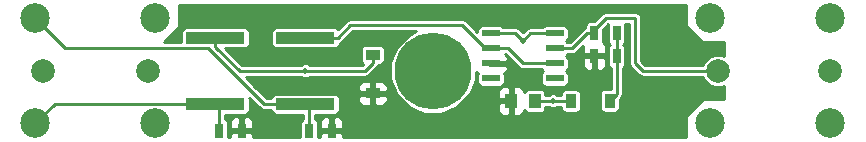
<source format=gbr>
G04 #@! TF.FileFunction,Copper,L1,Top,Signal*
%FSLAX46Y46*%
G04 Gerber Fmt 4.6, Leading zero omitted, Abs format (unit mm)*
G04 Created by KiCad (PCBNEW 4.0.5+dfsg1-4) date Sat Jul 14 15:59:12 2018*
%MOMM*%
%LPD*%
G01*
G04 APERTURE LIST*
%ADD10C,0.100000*%
%ADD11C,6.500000*%
%ADD12R,5.000000X1.000000*%
%ADD13R,1.000000X1.250000*%
%ADD14R,1.220000X0.910000*%
%ADD15R,0.910000X1.220000*%
%ADD16R,0.700000X1.300000*%
%ADD17R,1.550000X0.600000*%
%ADD18C,0.508000*%
%ADD19C,2.000000*%
%ADD20C,2.500000*%
%ADD21C,0.254000*%
G04 APERTURE END LIST*
D10*
D11*
X50800000Y-31750000D03*
D12*
X40005000Y-28950000D03*
X40005000Y-34550000D03*
D13*
X57420000Y-34290000D03*
X59420000Y-34290000D03*
D12*
X32385000Y-34550000D03*
X32385000Y-28950000D03*
D14*
X45720000Y-33655000D03*
X45720000Y-30385000D03*
D15*
X65770000Y-34290000D03*
X62500000Y-34290000D03*
D16*
X42225000Y-36830000D03*
X40325000Y-36830000D03*
X34605000Y-36830000D03*
X32705000Y-36830000D03*
X64455000Y-30480000D03*
X66355000Y-30480000D03*
X66355000Y-28575000D03*
X64455000Y-28575000D03*
D17*
X61120000Y-32385000D03*
X61120000Y-31115000D03*
X61120000Y-29845000D03*
X61120000Y-28575000D03*
X55720000Y-28575000D03*
X55720000Y-29845000D03*
X55720000Y-31115000D03*
X55720000Y-32385000D03*
D18*
X60960000Y-34290000D03*
X40005000Y-31750000D03*
X58420000Y-29210000D03*
D19*
X74930000Y-31750000D03*
X84455000Y-31750000D03*
X26670000Y-31750000D03*
X17780000Y-31750000D03*
D20*
X17145000Y-27305000D03*
X17145000Y-36195000D03*
X27305000Y-36195000D03*
X27305000Y-27305000D03*
X74295000Y-27305000D03*
X74295000Y-36195000D03*
X84455000Y-27305000D03*
X84455000Y-36195000D03*
D21*
X62500000Y-34290000D02*
X60960000Y-34290000D01*
X59420000Y-34290000D02*
X60960000Y-34290000D01*
X55720000Y-28575000D02*
X57785000Y-28575000D01*
X57785000Y-28575000D02*
X58420000Y-29210000D01*
X61120000Y-28575000D02*
X59055000Y-28575000D01*
X59055000Y-28575000D02*
X58420000Y-29210000D01*
X40005000Y-31750000D02*
X45064000Y-31750000D01*
X45064000Y-31750000D02*
X45720000Y-31094000D01*
X45720000Y-31094000D02*
X45720000Y-30385000D01*
X40005000Y-31750000D02*
X34431000Y-31750000D01*
X34431000Y-31750000D02*
X32385000Y-29704000D01*
X32385000Y-29704000D02*
X32385000Y-28950000D01*
X57150000Y-29845000D02*
X58420000Y-31115000D01*
X58420000Y-31115000D02*
X61120000Y-31115000D01*
X55720000Y-29845000D02*
X57150000Y-29845000D01*
X53293999Y-27893999D02*
X55245000Y-29845000D01*
X55245000Y-29845000D02*
X55720000Y-29845000D01*
X56195000Y-29845000D02*
X55720000Y-29845000D01*
X40005000Y-28950000D02*
X42759000Y-28950000D01*
X42759000Y-28950000D02*
X43815001Y-27893999D01*
X43815001Y-27893999D02*
X53293999Y-27893999D01*
X40005000Y-34550000D02*
X36512566Y-34550000D01*
X19671001Y-29831001D02*
X18394999Y-28554999D01*
X36512566Y-34550000D02*
X31793567Y-29831001D01*
X31793567Y-29831001D02*
X19671001Y-29831001D01*
X18394999Y-28554999D02*
X17145000Y-27305000D01*
X40325000Y-36830000D02*
X40325000Y-34870000D01*
X40325000Y-34870000D02*
X40005000Y-34550000D01*
X32385000Y-34550000D02*
X18790000Y-34550000D01*
X18790000Y-34550000D02*
X17145000Y-36195000D01*
X32705000Y-36830000D02*
X32705000Y-34870000D01*
X32705000Y-34870000D02*
X32385000Y-34550000D01*
X66355000Y-28575000D02*
X66355000Y-30480000D01*
X66355000Y-30480000D02*
X66355000Y-33705000D01*
X66355000Y-33705000D02*
X65770000Y-34290000D01*
X74930000Y-31750000D02*
X68580000Y-31750000D01*
X67945000Y-27305000D02*
X65425000Y-27305000D01*
X65425000Y-27305000D02*
X64455000Y-28275000D01*
X64455000Y-28275000D02*
X64455000Y-28575000D01*
X67945000Y-31115000D02*
X67945000Y-27305000D01*
X68580000Y-31750000D02*
X67945000Y-31115000D01*
X64455000Y-28575000D02*
X63851000Y-28575000D01*
X63851000Y-28575000D02*
X62581000Y-29845000D01*
X62581000Y-29845000D02*
X62149000Y-29845000D01*
X62149000Y-29845000D02*
X61120000Y-29845000D01*
X61120000Y-29845000D02*
X61595000Y-29845000D01*
G36*
X72263000Y-27940000D02*
X72273006Y-27989410D01*
X72300197Y-28029803D01*
X73570197Y-29299803D01*
X73612211Y-29327666D01*
X73660000Y-29337000D01*
X75438000Y-29337000D01*
X75438000Y-30465616D01*
X75205903Y-30369241D01*
X74656507Y-30368761D01*
X74148749Y-30578563D01*
X73759928Y-30966705D01*
X73645616Y-31242000D01*
X68790421Y-31242000D01*
X68453000Y-30904580D01*
X68453000Y-27305000D01*
X68414331Y-27110597D01*
X68304210Y-26945790D01*
X68139403Y-26835669D01*
X67945000Y-26797000D01*
X65425000Y-26797000D01*
X65230596Y-26835669D01*
X65065790Y-26945790D01*
X64475044Y-27536536D01*
X64105000Y-27536536D01*
X63963810Y-27563103D01*
X63834135Y-27646546D01*
X63747141Y-27773866D01*
X63716536Y-27925000D01*
X63716536Y-28093746D01*
X63688850Y-28099254D01*
X63656596Y-28105669D01*
X63491790Y-28215790D01*
X62370580Y-29337000D01*
X62213906Y-29337000D01*
X62173454Y-29274135D01*
X62078813Y-29209470D01*
X62165865Y-29153454D01*
X62252859Y-29026134D01*
X62283464Y-28875000D01*
X62283464Y-28275000D01*
X62256897Y-28133810D01*
X62173454Y-28004135D01*
X62046134Y-27917141D01*
X61895000Y-27886536D01*
X60345000Y-27886536D01*
X60203810Y-27913103D01*
X60074135Y-27996546D01*
X60025996Y-28067000D01*
X59055000Y-28067000D01*
X58860597Y-28105669D01*
X58695790Y-28215789D01*
X58420000Y-28491580D01*
X58144210Y-28215790D01*
X57979403Y-28105669D01*
X57785000Y-28067000D01*
X56813906Y-28067000D01*
X56773454Y-28004135D01*
X56646134Y-27917141D01*
X56495000Y-27886536D01*
X54945000Y-27886536D01*
X54803810Y-27913103D01*
X54674135Y-27996546D01*
X54587141Y-28123866D01*
X54556536Y-28275000D01*
X54556536Y-28438116D01*
X53653209Y-27534789D01*
X53488402Y-27424668D01*
X53293999Y-27385999D01*
X43815001Y-27385999D01*
X43620598Y-27424668D01*
X43455791Y-27534789D01*
X42794413Y-28196167D01*
X42783454Y-28179135D01*
X42656134Y-28092141D01*
X42505000Y-28061536D01*
X37505000Y-28061536D01*
X37363810Y-28088103D01*
X37234135Y-28171546D01*
X37147141Y-28298866D01*
X37116536Y-28450000D01*
X37116536Y-29450000D01*
X37143103Y-29591190D01*
X37226546Y-29720865D01*
X37353866Y-29807859D01*
X37505000Y-29838464D01*
X42505000Y-29838464D01*
X42646190Y-29811897D01*
X42775865Y-29728454D01*
X42862859Y-29601134D01*
X42893464Y-29450000D01*
X42893464Y-29431254D01*
X42953403Y-29419331D01*
X43118210Y-29309210D01*
X44025421Y-28401999D01*
X49394488Y-28401999D01*
X48745891Y-28669994D01*
X47723583Y-29690519D01*
X47169632Y-31024581D01*
X47168372Y-32469082D01*
X47719994Y-33804109D01*
X48740519Y-34826417D01*
X50074581Y-35380368D01*
X51519082Y-35381628D01*
X52854109Y-34830006D01*
X53108809Y-34575750D01*
X56285000Y-34575750D01*
X56285000Y-35041310D01*
X56381673Y-35274699D01*
X56560302Y-35453327D01*
X56793691Y-35550000D01*
X57134250Y-35550000D01*
X57293000Y-35391250D01*
X57293000Y-34417000D01*
X56443750Y-34417000D01*
X56285000Y-34575750D01*
X53108809Y-34575750D01*
X53876417Y-33809481D01*
X53988859Y-33538690D01*
X56285000Y-33538690D01*
X56285000Y-34004250D01*
X56443750Y-34163000D01*
X57293000Y-34163000D01*
X57293000Y-33188750D01*
X57547000Y-33188750D01*
X57547000Y-34163000D01*
X57567000Y-34163000D01*
X57567000Y-34417000D01*
X57547000Y-34417000D01*
X57547000Y-35391250D01*
X57705750Y-35550000D01*
X58046309Y-35550000D01*
X58279698Y-35453327D01*
X58458327Y-35274699D01*
X58555000Y-35041310D01*
X58555000Y-35039699D01*
X58558103Y-35056190D01*
X58641546Y-35185865D01*
X58768866Y-35272859D01*
X58920000Y-35303464D01*
X59920000Y-35303464D01*
X60061190Y-35276897D01*
X60190865Y-35193454D01*
X60277859Y-35066134D01*
X60308464Y-34915000D01*
X60308464Y-34798000D01*
X60569872Y-34798000D01*
X60599832Y-34828013D01*
X60833137Y-34924889D01*
X61085755Y-34925110D01*
X61319228Y-34828640D01*
X61349922Y-34798000D01*
X61656536Y-34798000D01*
X61656536Y-34900000D01*
X61683103Y-35041190D01*
X61766546Y-35170865D01*
X61893866Y-35257859D01*
X62045000Y-35288464D01*
X62955000Y-35288464D01*
X63096190Y-35261897D01*
X63225865Y-35178454D01*
X63312859Y-35051134D01*
X63343464Y-34900000D01*
X63343464Y-33680000D01*
X63316897Y-33538810D01*
X63233454Y-33409135D01*
X63106134Y-33322141D01*
X62955000Y-33291536D01*
X62045000Y-33291536D01*
X61903810Y-33318103D01*
X61774135Y-33401546D01*
X61687141Y-33528866D01*
X61656536Y-33680000D01*
X61656536Y-33782000D01*
X61350128Y-33782000D01*
X61320168Y-33751987D01*
X61086863Y-33655111D01*
X60834245Y-33654890D01*
X60600772Y-33751360D01*
X60570078Y-33782000D01*
X60308464Y-33782000D01*
X60308464Y-33665000D01*
X60281897Y-33523810D01*
X60198454Y-33394135D01*
X60071134Y-33307141D01*
X59920000Y-33276536D01*
X58920000Y-33276536D01*
X58778810Y-33303103D01*
X58649135Y-33386546D01*
X58562141Y-33513866D01*
X58555000Y-33549130D01*
X58555000Y-33538690D01*
X58458327Y-33305301D01*
X58279698Y-33126673D01*
X58046309Y-33030000D01*
X57705750Y-33030000D01*
X57547000Y-33188750D01*
X57293000Y-33188750D01*
X57134250Y-33030000D01*
X56793691Y-33030000D01*
X56560302Y-33126673D01*
X56381673Y-33305301D01*
X56285000Y-33538690D01*
X53988859Y-33538690D01*
X54430368Y-32475419D01*
X54430958Y-31798984D01*
X54583554Y-31951579D01*
X54556536Y-32085000D01*
X54556536Y-32685000D01*
X54583103Y-32826190D01*
X54666546Y-32955865D01*
X54793866Y-33042859D01*
X54945000Y-33073464D01*
X56495000Y-33073464D01*
X56636190Y-33046897D01*
X56765865Y-32963454D01*
X56852859Y-32836134D01*
X56883464Y-32685000D01*
X56883464Y-32085000D01*
X56858056Y-31949969D01*
X57033327Y-31774699D01*
X57130000Y-31541310D01*
X57130000Y-31400750D01*
X56971250Y-31242000D01*
X55847000Y-31242000D01*
X55847000Y-31262000D01*
X55593000Y-31262000D01*
X55593000Y-31242000D01*
X55573000Y-31242000D01*
X55573000Y-30988000D01*
X55593000Y-30988000D01*
X55593000Y-30968000D01*
X55847000Y-30968000D01*
X55847000Y-30988000D01*
X56971250Y-30988000D01*
X57130000Y-30829250D01*
X57130000Y-30688690D01*
X57033327Y-30455301D01*
X56931025Y-30353000D01*
X56939580Y-30353000D01*
X58060790Y-31474210D01*
X58225596Y-31584331D01*
X58257850Y-31590746D01*
X58420000Y-31623000D01*
X60026094Y-31623000D01*
X60066546Y-31685865D01*
X60161187Y-31750530D01*
X60074135Y-31806546D01*
X59987141Y-31933866D01*
X59956536Y-32085000D01*
X59956536Y-32685000D01*
X59983103Y-32826190D01*
X60066546Y-32955865D01*
X60193866Y-33042859D01*
X60345000Y-33073464D01*
X61895000Y-33073464D01*
X62036190Y-33046897D01*
X62165865Y-32963454D01*
X62252859Y-32836134D01*
X62283464Y-32685000D01*
X62283464Y-32085000D01*
X62256897Y-31943810D01*
X62173454Y-31814135D01*
X62078813Y-31749470D01*
X62165865Y-31693454D01*
X62252859Y-31566134D01*
X62283464Y-31415000D01*
X62283464Y-30815000D01*
X62274197Y-30765750D01*
X63470000Y-30765750D01*
X63470000Y-31256310D01*
X63566673Y-31489699D01*
X63745302Y-31668327D01*
X63978691Y-31765000D01*
X64169250Y-31765000D01*
X64328000Y-31606250D01*
X64328000Y-30607000D01*
X64582000Y-30607000D01*
X64582000Y-31606250D01*
X64740750Y-31765000D01*
X64931309Y-31765000D01*
X65164698Y-31668327D01*
X65343327Y-31489699D01*
X65440000Y-31256310D01*
X65440000Y-30765750D01*
X65281250Y-30607000D01*
X64582000Y-30607000D01*
X64328000Y-30607000D01*
X63628750Y-30607000D01*
X63470000Y-30765750D01*
X62274197Y-30765750D01*
X62256897Y-30673810D01*
X62173454Y-30544135D01*
X62078813Y-30479470D01*
X62165865Y-30423454D01*
X62214004Y-30353000D01*
X62581000Y-30353000D01*
X62775403Y-30314331D01*
X62940210Y-30204210D01*
X63490697Y-29653723D01*
X63470000Y-29703690D01*
X63470000Y-30194250D01*
X63628750Y-30353000D01*
X64328000Y-30353000D01*
X64328000Y-30333000D01*
X64582000Y-30333000D01*
X64582000Y-30353000D01*
X65281250Y-30353000D01*
X65440000Y-30194250D01*
X65440000Y-29703690D01*
X65343327Y-29470301D01*
X65177392Y-29304367D01*
X65193464Y-29225000D01*
X65193464Y-28254956D01*
X65635420Y-27813000D01*
X65639216Y-27813000D01*
X65616536Y-27925000D01*
X65616536Y-29225000D01*
X65643103Y-29366190D01*
X65726546Y-29495865D01*
X65772195Y-29527055D01*
X65734135Y-29551546D01*
X65647141Y-29678866D01*
X65616536Y-29830000D01*
X65616536Y-31130000D01*
X65643103Y-31271190D01*
X65726546Y-31400865D01*
X65847000Y-31483168D01*
X65847000Y-33291536D01*
X65315000Y-33291536D01*
X65173810Y-33318103D01*
X65044135Y-33401546D01*
X64957141Y-33528866D01*
X64926536Y-33680000D01*
X64926536Y-34900000D01*
X64953103Y-35041190D01*
X65036546Y-35170865D01*
X65163866Y-35257859D01*
X65315000Y-35288464D01*
X66225000Y-35288464D01*
X66366190Y-35261897D01*
X66495865Y-35178454D01*
X66582859Y-35051134D01*
X66613464Y-34900000D01*
X66613464Y-34164956D01*
X66714210Y-34064210D01*
X66824331Y-33899403D01*
X66863000Y-33705000D01*
X66863000Y-31481080D01*
X66975865Y-31408454D01*
X67062859Y-31281134D01*
X67093464Y-31130000D01*
X67093464Y-29830000D01*
X67066897Y-29688810D01*
X66983454Y-29559135D01*
X66937805Y-29527945D01*
X66975865Y-29503454D01*
X67062859Y-29376134D01*
X67093464Y-29225000D01*
X67093464Y-27925000D01*
X67072390Y-27813000D01*
X67437000Y-27813000D01*
X67437000Y-31115000D01*
X67475669Y-31309403D01*
X67585790Y-31474210D01*
X68220790Y-32109211D01*
X68385597Y-32219331D01*
X68580000Y-32258000D01*
X73645658Y-32258000D01*
X73758563Y-32531251D01*
X74146705Y-32920072D01*
X74654097Y-33130759D01*
X75203493Y-33131239D01*
X75438000Y-33034342D01*
X75438000Y-34163000D01*
X73660000Y-34163000D01*
X73610590Y-34173006D01*
X73570197Y-34200197D01*
X72300197Y-35470197D01*
X72272334Y-35512211D01*
X72263000Y-35560000D01*
X72263000Y-37338000D01*
X43210000Y-37338000D01*
X43210000Y-37115750D01*
X43051250Y-36957000D01*
X42352000Y-36957000D01*
X42352000Y-36977000D01*
X42098000Y-36977000D01*
X42098000Y-36957000D01*
X41398750Y-36957000D01*
X41240000Y-37115750D01*
X41240000Y-37338000D01*
X41063464Y-37338000D01*
X41063464Y-36180000D01*
X41039697Y-36053690D01*
X41240000Y-36053690D01*
X41240000Y-36544250D01*
X41398750Y-36703000D01*
X42098000Y-36703000D01*
X42098000Y-35703750D01*
X42352000Y-35703750D01*
X42352000Y-36703000D01*
X43051250Y-36703000D01*
X43210000Y-36544250D01*
X43210000Y-36053690D01*
X43113327Y-35820301D01*
X42934698Y-35641673D01*
X42701309Y-35545000D01*
X42510750Y-35545000D01*
X42352000Y-35703750D01*
X42098000Y-35703750D01*
X41939250Y-35545000D01*
X41748691Y-35545000D01*
X41515302Y-35641673D01*
X41336673Y-35820301D01*
X41240000Y-36053690D01*
X41039697Y-36053690D01*
X41036897Y-36038810D01*
X40953454Y-35909135D01*
X40833000Y-35826832D01*
X40833000Y-35438464D01*
X42505000Y-35438464D01*
X42646190Y-35411897D01*
X42775865Y-35328454D01*
X42862859Y-35201134D01*
X42893464Y-35050000D01*
X42893464Y-34050000D01*
X42872907Y-33940750D01*
X44475000Y-33940750D01*
X44475000Y-34236309D01*
X44571673Y-34469698D01*
X44750301Y-34648327D01*
X44983690Y-34745000D01*
X45434250Y-34745000D01*
X45593000Y-34586250D01*
X45593000Y-33782000D01*
X45847000Y-33782000D01*
X45847000Y-34586250D01*
X46005750Y-34745000D01*
X46456310Y-34745000D01*
X46689699Y-34648327D01*
X46868327Y-34469698D01*
X46965000Y-34236309D01*
X46965000Y-33940750D01*
X46806250Y-33782000D01*
X45847000Y-33782000D01*
X45593000Y-33782000D01*
X44633750Y-33782000D01*
X44475000Y-33940750D01*
X42872907Y-33940750D01*
X42866897Y-33908810D01*
X42783454Y-33779135D01*
X42656134Y-33692141D01*
X42505000Y-33661536D01*
X37505000Y-33661536D01*
X37363810Y-33688103D01*
X37234135Y-33771546D01*
X37147141Y-33898866D01*
X37118156Y-34042000D01*
X36722987Y-34042000D01*
X35754678Y-33073691D01*
X44475000Y-33073691D01*
X44475000Y-33369250D01*
X44633750Y-33528000D01*
X45593000Y-33528000D01*
X45593000Y-32723750D01*
X45847000Y-32723750D01*
X45847000Y-33528000D01*
X46806250Y-33528000D01*
X46965000Y-33369250D01*
X46965000Y-33073691D01*
X46868327Y-32840302D01*
X46689699Y-32661673D01*
X46456310Y-32565000D01*
X46005750Y-32565000D01*
X45847000Y-32723750D01*
X45593000Y-32723750D01*
X45434250Y-32565000D01*
X44983690Y-32565000D01*
X44750301Y-32661673D01*
X44571673Y-32840302D01*
X44475000Y-33073691D01*
X35754678Y-33073691D01*
X34938987Y-32258000D01*
X39614872Y-32258000D01*
X39644832Y-32288013D01*
X39878137Y-32384889D01*
X40130755Y-32385110D01*
X40364228Y-32288640D01*
X40394922Y-32258000D01*
X45064000Y-32258000D01*
X45258403Y-32219331D01*
X45423210Y-32109210D01*
X46079210Y-31453210D01*
X46189331Y-31288404D01*
X46201254Y-31228464D01*
X46330000Y-31228464D01*
X46471190Y-31201897D01*
X46600865Y-31118454D01*
X46687859Y-30991134D01*
X46718464Y-30840000D01*
X46718464Y-29930000D01*
X46691897Y-29788810D01*
X46608454Y-29659135D01*
X46481134Y-29572141D01*
X46330000Y-29541536D01*
X45110000Y-29541536D01*
X44968810Y-29568103D01*
X44839135Y-29651546D01*
X44752141Y-29778866D01*
X44721536Y-29930000D01*
X44721536Y-30840000D01*
X44748103Y-30981190D01*
X44831546Y-31110865D01*
X44922541Y-31173039D01*
X44853580Y-31242000D01*
X40395128Y-31242000D01*
X40365168Y-31211987D01*
X40131863Y-31115111D01*
X39879245Y-31114890D01*
X39645772Y-31211360D01*
X39615078Y-31242000D01*
X34641420Y-31242000D01*
X33237884Y-29838464D01*
X34885000Y-29838464D01*
X35026190Y-29811897D01*
X35155865Y-29728454D01*
X35242859Y-29601134D01*
X35273464Y-29450000D01*
X35273464Y-28450000D01*
X35246897Y-28308810D01*
X35163454Y-28179135D01*
X35036134Y-28092141D01*
X34885000Y-28061536D01*
X29885000Y-28061536D01*
X29743810Y-28088103D01*
X29614135Y-28171546D01*
X29527141Y-28298866D01*
X29496536Y-28450000D01*
X29496536Y-29323001D01*
X27995342Y-29323001D01*
X28029803Y-29299803D01*
X29299803Y-28029803D01*
X29327666Y-27987789D01*
X29337000Y-27940000D01*
X29337000Y-26162000D01*
X72263000Y-26162000D01*
X72263000Y-27940000D01*
X72263000Y-27940000D01*
G37*
X72263000Y-27940000D02*
X72273006Y-27989410D01*
X72300197Y-28029803D01*
X73570197Y-29299803D01*
X73612211Y-29327666D01*
X73660000Y-29337000D01*
X75438000Y-29337000D01*
X75438000Y-30465616D01*
X75205903Y-30369241D01*
X74656507Y-30368761D01*
X74148749Y-30578563D01*
X73759928Y-30966705D01*
X73645616Y-31242000D01*
X68790421Y-31242000D01*
X68453000Y-30904580D01*
X68453000Y-27305000D01*
X68414331Y-27110597D01*
X68304210Y-26945790D01*
X68139403Y-26835669D01*
X67945000Y-26797000D01*
X65425000Y-26797000D01*
X65230596Y-26835669D01*
X65065790Y-26945790D01*
X64475044Y-27536536D01*
X64105000Y-27536536D01*
X63963810Y-27563103D01*
X63834135Y-27646546D01*
X63747141Y-27773866D01*
X63716536Y-27925000D01*
X63716536Y-28093746D01*
X63688850Y-28099254D01*
X63656596Y-28105669D01*
X63491790Y-28215790D01*
X62370580Y-29337000D01*
X62213906Y-29337000D01*
X62173454Y-29274135D01*
X62078813Y-29209470D01*
X62165865Y-29153454D01*
X62252859Y-29026134D01*
X62283464Y-28875000D01*
X62283464Y-28275000D01*
X62256897Y-28133810D01*
X62173454Y-28004135D01*
X62046134Y-27917141D01*
X61895000Y-27886536D01*
X60345000Y-27886536D01*
X60203810Y-27913103D01*
X60074135Y-27996546D01*
X60025996Y-28067000D01*
X59055000Y-28067000D01*
X58860597Y-28105669D01*
X58695790Y-28215789D01*
X58420000Y-28491580D01*
X58144210Y-28215790D01*
X57979403Y-28105669D01*
X57785000Y-28067000D01*
X56813906Y-28067000D01*
X56773454Y-28004135D01*
X56646134Y-27917141D01*
X56495000Y-27886536D01*
X54945000Y-27886536D01*
X54803810Y-27913103D01*
X54674135Y-27996546D01*
X54587141Y-28123866D01*
X54556536Y-28275000D01*
X54556536Y-28438116D01*
X53653209Y-27534789D01*
X53488402Y-27424668D01*
X53293999Y-27385999D01*
X43815001Y-27385999D01*
X43620598Y-27424668D01*
X43455791Y-27534789D01*
X42794413Y-28196167D01*
X42783454Y-28179135D01*
X42656134Y-28092141D01*
X42505000Y-28061536D01*
X37505000Y-28061536D01*
X37363810Y-28088103D01*
X37234135Y-28171546D01*
X37147141Y-28298866D01*
X37116536Y-28450000D01*
X37116536Y-29450000D01*
X37143103Y-29591190D01*
X37226546Y-29720865D01*
X37353866Y-29807859D01*
X37505000Y-29838464D01*
X42505000Y-29838464D01*
X42646190Y-29811897D01*
X42775865Y-29728454D01*
X42862859Y-29601134D01*
X42893464Y-29450000D01*
X42893464Y-29431254D01*
X42953403Y-29419331D01*
X43118210Y-29309210D01*
X44025421Y-28401999D01*
X49394488Y-28401999D01*
X48745891Y-28669994D01*
X47723583Y-29690519D01*
X47169632Y-31024581D01*
X47168372Y-32469082D01*
X47719994Y-33804109D01*
X48740519Y-34826417D01*
X50074581Y-35380368D01*
X51519082Y-35381628D01*
X52854109Y-34830006D01*
X53108809Y-34575750D01*
X56285000Y-34575750D01*
X56285000Y-35041310D01*
X56381673Y-35274699D01*
X56560302Y-35453327D01*
X56793691Y-35550000D01*
X57134250Y-35550000D01*
X57293000Y-35391250D01*
X57293000Y-34417000D01*
X56443750Y-34417000D01*
X56285000Y-34575750D01*
X53108809Y-34575750D01*
X53876417Y-33809481D01*
X53988859Y-33538690D01*
X56285000Y-33538690D01*
X56285000Y-34004250D01*
X56443750Y-34163000D01*
X57293000Y-34163000D01*
X57293000Y-33188750D01*
X57547000Y-33188750D01*
X57547000Y-34163000D01*
X57567000Y-34163000D01*
X57567000Y-34417000D01*
X57547000Y-34417000D01*
X57547000Y-35391250D01*
X57705750Y-35550000D01*
X58046309Y-35550000D01*
X58279698Y-35453327D01*
X58458327Y-35274699D01*
X58555000Y-35041310D01*
X58555000Y-35039699D01*
X58558103Y-35056190D01*
X58641546Y-35185865D01*
X58768866Y-35272859D01*
X58920000Y-35303464D01*
X59920000Y-35303464D01*
X60061190Y-35276897D01*
X60190865Y-35193454D01*
X60277859Y-35066134D01*
X60308464Y-34915000D01*
X60308464Y-34798000D01*
X60569872Y-34798000D01*
X60599832Y-34828013D01*
X60833137Y-34924889D01*
X61085755Y-34925110D01*
X61319228Y-34828640D01*
X61349922Y-34798000D01*
X61656536Y-34798000D01*
X61656536Y-34900000D01*
X61683103Y-35041190D01*
X61766546Y-35170865D01*
X61893866Y-35257859D01*
X62045000Y-35288464D01*
X62955000Y-35288464D01*
X63096190Y-35261897D01*
X63225865Y-35178454D01*
X63312859Y-35051134D01*
X63343464Y-34900000D01*
X63343464Y-33680000D01*
X63316897Y-33538810D01*
X63233454Y-33409135D01*
X63106134Y-33322141D01*
X62955000Y-33291536D01*
X62045000Y-33291536D01*
X61903810Y-33318103D01*
X61774135Y-33401546D01*
X61687141Y-33528866D01*
X61656536Y-33680000D01*
X61656536Y-33782000D01*
X61350128Y-33782000D01*
X61320168Y-33751987D01*
X61086863Y-33655111D01*
X60834245Y-33654890D01*
X60600772Y-33751360D01*
X60570078Y-33782000D01*
X60308464Y-33782000D01*
X60308464Y-33665000D01*
X60281897Y-33523810D01*
X60198454Y-33394135D01*
X60071134Y-33307141D01*
X59920000Y-33276536D01*
X58920000Y-33276536D01*
X58778810Y-33303103D01*
X58649135Y-33386546D01*
X58562141Y-33513866D01*
X58555000Y-33549130D01*
X58555000Y-33538690D01*
X58458327Y-33305301D01*
X58279698Y-33126673D01*
X58046309Y-33030000D01*
X57705750Y-33030000D01*
X57547000Y-33188750D01*
X57293000Y-33188750D01*
X57134250Y-33030000D01*
X56793691Y-33030000D01*
X56560302Y-33126673D01*
X56381673Y-33305301D01*
X56285000Y-33538690D01*
X53988859Y-33538690D01*
X54430368Y-32475419D01*
X54430958Y-31798984D01*
X54583554Y-31951579D01*
X54556536Y-32085000D01*
X54556536Y-32685000D01*
X54583103Y-32826190D01*
X54666546Y-32955865D01*
X54793866Y-33042859D01*
X54945000Y-33073464D01*
X56495000Y-33073464D01*
X56636190Y-33046897D01*
X56765865Y-32963454D01*
X56852859Y-32836134D01*
X56883464Y-32685000D01*
X56883464Y-32085000D01*
X56858056Y-31949969D01*
X57033327Y-31774699D01*
X57130000Y-31541310D01*
X57130000Y-31400750D01*
X56971250Y-31242000D01*
X55847000Y-31242000D01*
X55847000Y-31262000D01*
X55593000Y-31262000D01*
X55593000Y-31242000D01*
X55573000Y-31242000D01*
X55573000Y-30988000D01*
X55593000Y-30988000D01*
X55593000Y-30968000D01*
X55847000Y-30968000D01*
X55847000Y-30988000D01*
X56971250Y-30988000D01*
X57130000Y-30829250D01*
X57130000Y-30688690D01*
X57033327Y-30455301D01*
X56931025Y-30353000D01*
X56939580Y-30353000D01*
X58060790Y-31474210D01*
X58225596Y-31584331D01*
X58257850Y-31590746D01*
X58420000Y-31623000D01*
X60026094Y-31623000D01*
X60066546Y-31685865D01*
X60161187Y-31750530D01*
X60074135Y-31806546D01*
X59987141Y-31933866D01*
X59956536Y-32085000D01*
X59956536Y-32685000D01*
X59983103Y-32826190D01*
X60066546Y-32955865D01*
X60193866Y-33042859D01*
X60345000Y-33073464D01*
X61895000Y-33073464D01*
X62036190Y-33046897D01*
X62165865Y-32963454D01*
X62252859Y-32836134D01*
X62283464Y-32685000D01*
X62283464Y-32085000D01*
X62256897Y-31943810D01*
X62173454Y-31814135D01*
X62078813Y-31749470D01*
X62165865Y-31693454D01*
X62252859Y-31566134D01*
X62283464Y-31415000D01*
X62283464Y-30815000D01*
X62274197Y-30765750D01*
X63470000Y-30765750D01*
X63470000Y-31256310D01*
X63566673Y-31489699D01*
X63745302Y-31668327D01*
X63978691Y-31765000D01*
X64169250Y-31765000D01*
X64328000Y-31606250D01*
X64328000Y-30607000D01*
X64582000Y-30607000D01*
X64582000Y-31606250D01*
X64740750Y-31765000D01*
X64931309Y-31765000D01*
X65164698Y-31668327D01*
X65343327Y-31489699D01*
X65440000Y-31256310D01*
X65440000Y-30765750D01*
X65281250Y-30607000D01*
X64582000Y-30607000D01*
X64328000Y-30607000D01*
X63628750Y-30607000D01*
X63470000Y-30765750D01*
X62274197Y-30765750D01*
X62256897Y-30673810D01*
X62173454Y-30544135D01*
X62078813Y-30479470D01*
X62165865Y-30423454D01*
X62214004Y-30353000D01*
X62581000Y-30353000D01*
X62775403Y-30314331D01*
X62940210Y-30204210D01*
X63490697Y-29653723D01*
X63470000Y-29703690D01*
X63470000Y-30194250D01*
X63628750Y-30353000D01*
X64328000Y-30353000D01*
X64328000Y-30333000D01*
X64582000Y-30333000D01*
X64582000Y-30353000D01*
X65281250Y-30353000D01*
X65440000Y-30194250D01*
X65440000Y-29703690D01*
X65343327Y-29470301D01*
X65177392Y-29304367D01*
X65193464Y-29225000D01*
X65193464Y-28254956D01*
X65635420Y-27813000D01*
X65639216Y-27813000D01*
X65616536Y-27925000D01*
X65616536Y-29225000D01*
X65643103Y-29366190D01*
X65726546Y-29495865D01*
X65772195Y-29527055D01*
X65734135Y-29551546D01*
X65647141Y-29678866D01*
X65616536Y-29830000D01*
X65616536Y-31130000D01*
X65643103Y-31271190D01*
X65726546Y-31400865D01*
X65847000Y-31483168D01*
X65847000Y-33291536D01*
X65315000Y-33291536D01*
X65173810Y-33318103D01*
X65044135Y-33401546D01*
X64957141Y-33528866D01*
X64926536Y-33680000D01*
X64926536Y-34900000D01*
X64953103Y-35041190D01*
X65036546Y-35170865D01*
X65163866Y-35257859D01*
X65315000Y-35288464D01*
X66225000Y-35288464D01*
X66366190Y-35261897D01*
X66495865Y-35178454D01*
X66582859Y-35051134D01*
X66613464Y-34900000D01*
X66613464Y-34164956D01*
X66714210Y-34064210D01*
X66824331Y-33899403D01*
X66863000Y-33705000D01*
X66863000Y-31481080D01*
X66975865Y-31408454D01*
X67062859Y-31281134D01*
X67093464Y-31130000D01*
X67093464Y-29830000D01*
X67066897Y-29688810D01*
X66983454Y-29559135D01*
X66937805Y-29527945D01*
X66975865Y-29503454D01*
X67062859Y-29376134D01*
X67093464Y-29225000D01*
X67093464Y-27925000D01*
X67072390Y-27813000D01*
X67437000Y-27813000D01*
X67437000Y-31115000D01*
X67475669Y-31309403D01*
X67585790Y-31474210D01*
X68220790Y-32109211D01*
X68385597Y-32219331D01*
X68580000Y-32258000D01*
X73645658Y-32258000D01*
X73758563Y-32531251D01*
X74146705Y-32920072D01*
X74654097Y-33130759D01*
X75203493Y-33131239D01*
X75438000Y-33034342D01*
X75438000Y-34163000D01*
X73660000Y-34163000D01*
X73610590Y-34173006D01*
X73570197Y-34200197D01*
X72300197Y-35470197D01*
X72272334Y-35512211D01*
X72263000Y-35560000D01*
X72263000Y-37338000D01*
X43210000Y-37338000D01*
X43210000Y-37115750D01*
X43051250Y-36957000D01*
X42352000Y-36957000D01*
X42352000Y-36977000D01*
X42098000Y-36977000D01*
X42098000Y-36957000D01*
X41398750Y-36957000D01*
X41240000Y-37115750D01*
X41240000Y-37338000D01*
X41063464Y-37338000D01*
X41063464Y-36180000D01*
X41039697Y-36053690D01*
X41240000Y-36053690D01*
X41240000Y-36544250D01*
X41398750Y-36703000D01*
X42098000Y-36703000D01*
X42098000Y-35703750D01*
X42352000Y-35703750D01*
X42352000Y-36703000D01*
X43051250Y-36703000D01*
X43210000Y-36544250D01*
X43210000Y-36053690D01*
X43113327Y-35820301D01*
X42934698Y-35641673D01*
X42701309Y-35545000D01*
X42510750Y-35545000D01*
X42352000Y-35703750D01*
X42098000Y-35703750D01*
X41939250Y-35545000D01*
X41748691Y-35545000D01*
X41515302Y-35641673D01*
X41336673Y-35820301D01*
X41240000Y-36053690D01*
X41039697Y-36053690D01*
X41036897Y-36038810D01*
X40953454Y-35909135D01*
X40833000Y-35826832D01*
X40833000Y-35438464D01*
X42505000Y-35438464D01*
X42646190Y-35411897D01*
X42775865Y-35328454D01*
X42862859Y-35201134D01*
X42893464Y-35050000D01*
X42893464Y-34050000D01*
X42872907Y-33940750D01*
X44475000Y-33940750D01*
X44475000Y-34236309D01*
X44571673Y-34469698D01*
X44750301Y-34648327D01*
X44983690Y-34745000D01*
X45434250Y-34745000D01*
X45593000Y-34586250D01*
X45593000Y-33782000D01*
X45847000Y-33782000D01*
X45847000Y-34586250D01*
X46005750Y-34745000D01*
X46456310Y-34745000D01*
X46689699Y-34648327D01*
X46868327Y-34469698D01*
X46965000Y-34236309D01*
X46965000Y-33940750D01*
X46806250Y-33782000D01*
X45847000Y-33782000D01*
X45593000Y-33782000D01*
X44633750Y-33782000D01*
X44475000Y-33940750D01*
X42872907Y-33940750D01*
X42866897Y-33908810D01*
X42783454Y-33779135D01*
X42656134Y-33692141D01*
X42505000Y-33661536D01*
X37505000Y-33661536D01*
X37363810Y-33688103D01*
X37234135Y-33771546D01*
X37147141Y-33898866D01*
X37118156Y-34042000D01*
X36722987Y-34042000D01*
X35754678Y-33073691D01*
X44475000Y-33073691D01*
X44475000Y-33369250D01*
X44633750Y-33528000D01*
X45593000Y-33528000D01*
X45593000Y-32723750D01*
X45847000Y-32723750D01*
X45847000Y-33528000D01*
X46806250Y-33528000D01*
X46965000Y-33369250D01*
X46965000Y-33073691D01*
X46868327Y-32840302D01*
X46689699Y-32661673D01*
X46456310Y-32565000D01*
X46005750Y-32565000D01*
X45847000Y-32723750D01*
X45593000Y-32723750D01*
X45434250Y-32565000D01*
X44983690Y-32565000D01*
X44750301Y-32661673D01*
X44571673Y-32840302D01*
X44475000Y-33073691D01*
X35754678Y-33073691D01*
X34938987Y-32258000D01*
X39614872Y-32258000D01*
X39644832Y-32288013D01*
X39878137Y-32384889D01*
X40130755Y-32385110D01*
X40364228Y-32288640D01*
X40394922Y-32258000D01*
X45064000Y-32258000D01*
X45258403Y-32219331D01*
X45423210Y-32109210D01*
X46079210Y-31453210D01*
X46189331Y-31288404D01*
X46201254Y-31228464D01*
X46330000Y-31228464D01*
X46471190Y-31201897D01*
X46600865Y-31118454D01*
X46687859Y-30991134D01*
X46718464Y-30840000D01*
X46718464Y-29930000D01*
X46691897Y-29788810D01*
X46608454Y-29659135D01*
X46481134Y-29572141D01*
X46330000Y-29541536D01*
X45110000Y-29541536D01*
X44968810Y-29568103D01*
X44839135Y-29651546D01*
X44752141Y-29778866D01*
X44721536Y-29930000D01*
X44721536Y-30840000D01*
X44748103Y-30981190D01*
X44831546Y-31110865D01*
X44922541Y-31173039D01*
X44853580Y-31242000D01*
X40395128Y-31242000D01*
X40365168Y-31211987D01*
X40131863Y-31115111D01*
X39879245Y-31114890D01*
X39645772Y-31211360D01*
X39615078Y-31242000D01*
X34641420Y-31242000D01*
X33237884Y-29838464D01*
X34885000Y-29838464D01*
X35026190Y-29811897D01*
X35155865Y-29728454D01*
X35242859Y-29601134D01*
X35273464Y-29450000D01*
X35273464Y-28450000D01*
X35246897Y-28308810D01*
X35163454Y-28179135D01*
X35036134Y-28092141D01*
X34885000Y-28061536D01*
X29885000Y-28061536D01*
X29743810Y-28088103D01*
X29614135Y-28171546D01*
X29527141Y-28298866D01*
X29496536Y-28450000D01*
X29496536Y-29323001D01*
X27995342Y-29323001D01*
X28029803Y-29299803D01*
X29299803Y-28029803D01*
X29327666Y-27987789D01*
X29337000Y-27940000D01*
X29337000Y-26162000D01*
X72263000Y-26162000D01*
X72263000Y-27940000D01*
G36*
X36153355Y-34909210D02*
X36318162Y-35019331D01*
X36350416Y-35025746D01*
X36512566Y-35058000D01*
X37118041Y-35058000D01*
X37143103Y-35191190D01*
X37226546Y-35320865D01*
X37353866Y-35407859D01*
X37505000Y-35438464D01*
X39817000Y-35438464D01*
X39817000Y-35828920D01*
X39704135Y-35901546D01*
X39617141Y-36028866D01*
X39586536Y-36180000D01*
X39586536Y-37338000D01*
X35590000Y-37338000D01*
X35590000Y-37115750D01*
X35431250Y-36957000D01*
X34732000Y-36957000D01*
X34732000Y-36977000D01*
X34478000Y-36977000D01*
X34478000Y-36957000D01*
X33778750Y-36957000D01*
X33620000Y-37115750D01*
X33620000Y-37338000D01*
X33443464Y-37338000D01*
X33443464Y-36180000D01*
X33419697Y-36053690D01*
X33620000Y-36053690D01*
X33620000Y-36544250D01*
X33778750Y-36703000D01*
X34478000Y-36703000D01*
X34478000Y-35703750D01*
X34732000Y-35703750D01*
X34732000Y-36703000D01*
X35431250Y-36703000D01*
X35590000Y-36544250D01*
X35590000Y-36053690D01*
X35493327Y-35820301D01*
X35314698Y-35641673D01*
X35081309Y-35545000D01*
X34890750Y-35545000D01*
X34732000Y-35703750D01*
X34478000Y-35703750D01*
X34319250Y-35545000D01*
X34128691Y-35545000D01*
X33895302Y-35641673D01*
X33716673Y-35820301D01*
X33620000Y-36053690D01*
X33419697Y-36053690D01*
X33416897Y-36038810D01*
X33333454Y-35909135D01*
X33213000Y-35826832D01*
X33213000Y-35438464D01*
X34885000Y-35438464D01*
X35026190Y-35411897D01*
X35155865Y-35328454D01*
X35242859Y-35201134D01*
X35273464Y-35050000D01*
X35273464Y-34050000D01*
X35268671Y-34024525D01*
X36153355Y-34909210D01*
X36153355Y-34909210D01*
G37*
X36153355Y-34909210D02*
X36318162Y-35019331D01*
X36350416Y-35025746D01*
X36512566Y-35058000D01*
X37118041Y-35058000D01*
X37143103Y-35191190D01*
X37226546Y-35320865D01*
X37353866Y-35407859D01*
X37505000Y-35438464D01*
X39817000Y-35438464D01*
X39817000Y-35828920D01*
X39704135Y-35901546D01*
X39617141Y-36028866D01*
X39586536Y-36180000D01*
X39586536Y-37338000D01*
X35590000Y-37338000D01*
X35590000Y-37115750D01*
X35431250Y-36957000D01*
X34732000Y-36957000D01*
X34732000Y-36977000D01*
X34478000Y-36977000D01*
X34478000Y-36957000D01*
X33778750Y-36957000D01*
X33620000Y-37115750D01*
X33620000Y-37338000D01*
X33443464Y-37338000D01*
X33443464Y-36180000D01*
X33419697Y-36053690D01*
X33620000Y-36053690D01*
X33620000Y-36544250D01*
X33778750Y-36703000D01*
X34478000Y-36703000D01*
X34478000Y-35703750D01*
X34732000Y-35703750D01*
X34732000Y-36703000D01*
X35431250Y-36703000D01*
X35590000Y-36544250D01*
X35590000Y-36053690D01*
X35493327Y-35820301D01*
X35314698Y-35641673D01*
X35081309Y-35545000D01*
X34890750Y-35545000D01*
X34732000Y-35703750D01*
X34478000Y-35703750D01*
X34319250Y-35545000D01*
X34128691Y-35545000D01*
X33895302Y-35641673D01*
X33716673Y-35820301D01*
X33620000Y-36053690D01*
X33419697Y-36053690D01*
X33416897Y-36038810D01*
X33333454Y-35909135D01*
X33213000Y-35826832D01*
X33213000Y-35438464D01*
X34885000Y-35438464D01*
X35026190Y-35411897D01*
X35155865Y-35328454D01*
X35242859Y-35201134D01*
X35273464Y-35050000D01*
X35273464Y-34050000D01*
X35268671Y-34024525D01*
X36153355Y-34909210D01*
M02*

</source>
